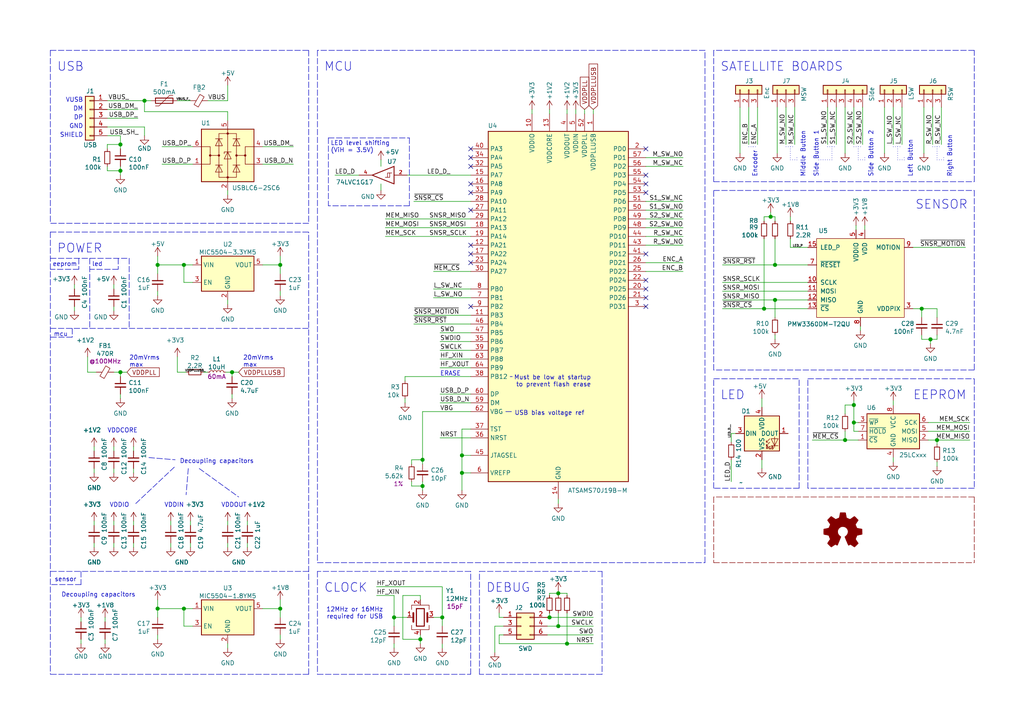
<source format=kicad_sch>
(kicad_sch (version 20210406) (generator eeschema)
  (paper "A4")
  (title_block (title "big-sammy") (date "2021-04-10") (rev "r0.1") (company "openinput                                   https://github.com/openinput-fw/big-big-sammy") (comment 2 "This source describes Open Hardware and is licensed under the CERN-OHL-Pv2") (comment 4 "Copyright (c) Rafael Silva <perigoso@riseup.net>"))
  (junction (at 34.925 41.91) (diameter 1.016))
  (junction (at 34.925 49.53) (diameter 1.016))
  (junction (at 34.925 107.95) (diameter 1.016))
  (junction (at 41.91 29.21) (diameter 1.016))
  (junction (at 45.72 76.835) (diameter 1.016))
  (junction (at 45.72 176.53) (diameter 1.016))
  (junction (at 53.34 76.835) (diameter 1.016))
  (junction (at 53.34 176.53) (diameter 1.016))
  (junction (at 67.31 107.95) (diameter 1.016))
  (junction (at 81.28 76.835) (diameter 1.016))
  (junction (at 81.28 176.53) (diameter 1.016))
  (junction (at 114.3 179.07) (diameter 1.016))
  (junction (at 121.92 185.42) (diameter 1.016))
  (junction (at 122.555 133.35) (diameter 1.016))
  (junction (at 122.555 140.97) (diameter 1.016))
  (junction (at 128.27 179.07) (diameter 1.016))
  (junction (at 133.985 132.08) (diameter 1.016))
  (junction (at 133.985 137.16) (diameter 1.016))
  (junction (at 159.385 179.07) (diameter 1.016))
  (junction (at 161.925 172.085) (diameter 1.016))
  (junction (at 161.925 181.61) (diameter 1.016))
  (junction (at 164.465 186.69) (diameter 1.016))
  (junction (at 221.615 89.535) (diameter 1.016))
  (junction (at 223.52 62.865) (diameter 1.016))
  (junction (at 224.79 76.835) (diameter 1.016))
  (junction (at 224.79 86.995) (diameter 1.016))
  (junction (at 245.11 127.635) (diameter 1.016))
  (junction (at 247.65 117.475) (diameter 1.016))
  (junction (at 247.65 122.555) (diameter 1.016))
  (junction (at 267.335 89.535) (diameter 1.016))
  (junction (at 269.875 98.425) (diameter 1.016))
  (junction (at 271.78 127.635) (diameter 1.016))
  (no_connect (at 136.525 43.18))
  (no_connect (at 136.525 45.72))
  (no_connect (at 136.525 48.26))
  (no_connect (at 136.525 53.34))
  (no_connect (at 136.525 55.88))
  (no_connect (at 136.525 60.96))
  (no_connect (at 136.525 71.12))
  (no_connect (at 136.525 73.66))
  (no_connect (at 136.525 76.2))
  (no_connect (at 136.525 88.9))
  (no_connect (at 187.325 43.18))
  (no_connect (at 187.325 50.8))
  (no_connect (at 187.325 53.34))
  (no_connect (at 187.325 55.88))
  (no_connect (at 187.325 73.66))
  (no_connect (at 187.325 81.28))
  (no_connect (at 187.325 83.82))
  (no_connect (at 187.325 86.36))
  (no_connect (at 187.325 88.9))
  (wire (pts (xy 21.59 82.55) (xy 21.59 83.82)))
  (wire (pts (xy 21.59 88.9) (xy 21.59 90.17)))
  (wire (pts (xy 23.495 179.07) (xy 23.495 180.34)))
  (wire (pts (xy 23.495 185.42) (xy 23.495 186.69)))
  (wire (pts (xy 25.4 107.95) (xy 25.4 103.505)))
  (wire (pts (xy 27.305 129.54) (xy 27.305 130.81)))
  (wire (pts (xy 27.305 135.89) (xy 27.305 137.16)))
  (wire (pts (xy 27.305 151.13) (xy 27.305 152.4)))
  (wire (pts (xy 27.305 157.48) (xy 27.305 158.75)))
  (wire (pts (xy 27.94 107.95) (xy 25.4 107.95)))
  (wire (pts (xy 30.48 179.07) (xy 30.48 180.34)))
  (wire (pts (xy 30.48 185.42) (xy 30.48 186.69)))
  (wire (pts (xy 31.115 29.21) (xy 41.91 29.21)))
  (wire (pts (xy 31.115 31.75) (xy 40.005 31.75)))
  (wire (pts (xy 31.115 34.29) (xy 40.005 34.29)))
  (wire (pts (xy 31.115 36.83) (xy 41.91 36.83)))
  (wire (pts (xy 31.115 39.37) (xy 34.925 39.37)))
  (wire (pts (xy 31.115 41.91) (xy 31.115 43.18)))
  (wire (pts (xy 31.115 41.91) (xy 34.925 41.91)))
  (wire (pts (xy 31.115 48.26) (xy 31.115 49.53)))
  (wire (pts (xy 31.115 49.53) (xy 34.925 49.53)))
  (wire (pts (xy 33.02 82.55) (xy 33.02 83.82)))
  (wire (pts (xy 33.02 88.9) (xy 33.02 90.17)))
  (wire (pts (xy 33.02 107.95) (xy 34.925 107.95)))
  (wire (pts (xy 33.02 129.54) (xy 33.02 130.81)))
  (wire (pts (xy 33.02 135.89) (xy 33.02 137.16)))
  (wire (pts (xy 33.02 151.13) (xy 33.02 152.4)))
  (wire (pts (xy 33.02 157.48) (xy 33.02 158.75)))
  (wire (pts (xy 34.925 39.37) (xy 34.925 41.91)))
  (wire (pts (xy 34.925 43.18) (xy 34.925 41.91)))
  (wire (pts (xy 34.925 49.53) (xy 34.925 48.26)))
  (wire (pts (xy 34.925 49.53) (xy 34.925 50.8)))
  (wire (pts (xy 34.925 107.95) (xy 34.925 109.22)))
  (wire (pts (xy 34.925 107.95) (xy 36.83 107.95)))
  (wire (pts (xy 34.925 114.3) (xy 34.925 115.57)))
  (wire (pts (xy 38.735 129.54) (xy 38.735 130.81)))
  (wire (pts (xy 38.735 135.89) (xy 38.735 137.16)))
  (wire (pts (xy 38.735 151.13) (xy 38.735 152.4)))
  (wire (pts (xy 38.735 157.48) (xy 38.735 158.75)))
  (wire (pts (xy 41.91 29.21) (xy 43.815 29.21)))
  (wire (pts (xy 41.91 32.385) (xy 41.91 29.21)))
  (wire (pts (xy 41.91 36.83) (xy 41.91 39.37)))
  (wire (pts (xy 45.72 74.295) (xy 45.72 76.835)))
  (wire (pts (xy 45.72 76.835) (xy 45.72 79.375)))
  (wire (pts (xy 45.72 84.455) (xy 45.72 85.725)))
  (wire (pts (xy 45.72 173.99) (xy 45.72 176.53)))
  (wire (pts (xy 45.72 176.53) (xy 45.72 179.07)))
  (wire (pts (xy 45.72 184.15) (xy 45.72 185.42)))
  (wire (pts (xy 49.53 151.13) (xy 49.53 152.4)))
  (wire (pts (xy 49.53 157.48) (xy 49.53 158.75)))
  (wire (pts (xy 51.435 29.21) (xy 55.245 29.21)))
  (wire (pts (xy 51.435 107.95) (xy 51.435 103.505)))
  (wire (pts (xy 53.34 76.835) (xy 45.72 76.835)))
  (wire (pts (xy 53.34 76.835) (xy 55.88 76.835)))
  (wire (pts (xy 53.34 81.915) (xy 53.34 76.835)))
  (wire (pts (xy 53.34 81.915) (xy 55.88 81.915)))
  (wire (pts (xy 53.34 176.53) (xy 45.72 176.53)))
  (wire (pts (xy 53.34 176.53) (xy 55.88 176.53)))
  (wire (pts (xy 53.34 181.61) (xy 53.34 176.53)))
  (wire (pts (xy 53.34 181.61) (xy 55.88 181.61)))
  (wire (pts (xy 53.975 107.95) (xy 51.435 107.95)))
  (wire (pts (xy 55.245 151.13) (xy 55.245 152.4)))
  (wire (pts (xy 55.245 157.48) (xy 55.245 158.75)))
  (wire (pts (xy 55.88 42.545) (xy 46.99 42.545)))
  (wire (pts (xy 55.88 47.625) (xy 46.99 47.625)))
  (wire (pts (xy 59.055 107.95) (xy 60.325 107.95)))
  (wire (pts (xy 60.325 29.21) (xy 66.04 29.21)))
  (wire (pts (xy 65.405 107.95) (xy 67.31 107.95)))
  (wire (pts (xy 66.04 24.765) (xy 66.04 29.21)))
  (wire (pts (xy 66.04 32.385) (xy 41.91 32.385)))
  (wire (pts (xy 66.04 34.925) (xy 66.04 32.385)))
  (wire (pts (xy 66.04 55.245) (xy 66.04 56.515)))
  (wire (pts (xy 66.04 86.995) (xy 66.04 88.265)))
  (wire (pts (xy 66.04 151.13) (xy 66.04 152.4)))
  (wire (pts (xy 66.04 157.48) (xy 66.04 158.75)))
  (wire (pts (xy 66.04 186.69) (xy 66.04 187.96)))
  (wire (pts (xy 67.31 107.95) (xy 67.31 109.22)))
  (wire (pts (xy 67.31 107.95) (xy 69.215 107.95)))
  (wire (pts (xy 67.31 114.3) (xy 67.31 115.57)))
  (wire (pts (xy 71.755 151.13) (xy 71.755 152.4)))
  (wire (pts (xy 71.755 157.48) (xy 71.755 158.75)))
  (wire (pts (xy 76.2 42.545) (xy 85.09 42.545)))
  (wire (pts (xy 81.28 74.295) (xy 81.28 76.835)))
  (wire (pts (xy 81.28 76.835) (xy 76.2 76.835)))
  (wire (pts (xy 81.28 79.375) (xy 81.28 76.835)))
  (wire (pts (xy 81.28 84.455) (xy 81.28 85.725)))
  (wire (pts (xy 81.28 173.99) (xy 81.28 176.53)))
  (wire (pts (xy 81.28 176.53) (xy 76.2 176.53)))
  (wire (pts (xy 81.28 179.07) (xy 81.28 176.53)))
  (wire (pts (xy 81.28 184.15) (xy 81.28 185.42)))
  (wire (pts (xy 85.09 47.625) (xy 76.2 47.625)))
  (wire (pts (xy 104.14 50.8) (xy 97.155 50.8)))
  (wire (pts (xy 109.22 170.18) (xy 128.27 170.18)))
  (wire (pts (xy 109.22 172.72) (xy 114.3 172.72)))
  (wire (pts (xy 110.49 46.355) (xy 110.49 48.26)))
  (wire (pts (xy 110.49 53.34) (xy 110.49 55.245)))
  (wire (pts (xy 114.3 172.72) (xy 114.3 179.07)))
  (wire (pts (xy 114.3 179.07) (xy 114.3 181.61)))
  (wire (pts (xy 114.3 179.07) (xy 118.11 179.07)))
  (wire (pts (xy 114.3 186.69) (xy 114.3 187.96)))
  (wire (pts (xy 116.84 172.72) (xy 121.92 172.72)))
  (wire (pts (xy 116.84 185.42) (xy 116.84 172.72)))
  (wire (pts (xy 117.475 109.22) (xy 117.475 110.49)))
  (wire (pts (xy 117.475 109.22) (xy 136.525 109.22)))
  (wire (pts (xy 117.475 115.57) (xy 117.475 116.84)))
  (wire (pts (xy 118.11 50.8) (xy 136.525 50.8)))
  (wire (pts (xy 119.38 133.35) (xy 122.555 133.35)))
  (wire (pts (xy 119.38 134.62) (xy 119.38 133.35)))
  (wire (pts (xy 119.38 139.7) (xy 119.38 140.97)))
  (wire (pts (xy 119.38 140.97) (xy 122.555 140.97)))
  (wire (pts (xy 120.015 58.42) (xy 136.525 58.42)))
  (wire (pts (xy 120.015 93.98) (xy 136.525 93.98)))
  (wire (pts (xy 121.92 172.72) (xy 121.92 173.99)))
  (wire (pts (xy 121.92 184.15) (xy 121.92 185.42)))
  (wire (pts (xy 121.92 185.42) (xy 116.84 185.42)))
  (wire (pts (xy 121.92 185.42) (xy 121.92 186.69)))
  (wire (pts (xy 122.555 119.38) (xy 122.555 133.35)))
  (wire (pts (xy 122.555 133.35) (xy 122.555 134.62)))
  (wire (pts (xy 122.555 140.97) (xy 122.555 139.7)))
  (wire (pts (xy 122.555 140.97) (xy 122.555 142.24)))
  (wire (pts (xy 125.73 78.74) (xy 136.525 78.74)))
  (wire (pts (xy 125.73 83.82) (xy 136.525 83.82)))
  (wire (pts (xy 125.73 86.36) (xy 136.525 86.36)))
  (wire (pts (xy 125.73 179.07) (xy 128.27 179.07)))
  (wire (pts (xy 127.635 96.52) (xy 136.525 96.52)))
  (wire (pts (xy 127.635 99.06) (xy 136.525 99.06)))
  (wire (pts (xy 127.635 101.6) (xy 136.525 101.6)))
  (wire (pts (xy 127.635 104.14) (xy 136.525 104.14)))
  (wire (pts (xy 127.635 106.68) (xy 136.525 106.68)))
  (wire (pts (xy 127.635 116.84) (xy 136.525 116.84)))
  (wire (pts (xy 127.635 127) (xy 136.525 127)))
  (wire (pts (xy 128.27 179.07) (xy 128.27 170.18)))
  (wire (pts (xy 128.27 179.07) (xy 128.27 181.61)))
  (wire (pts (xy 128.27 186.69) (xy 128.27 187.96)))
  (wire (pts (xy 133.985 124.46) (xy 133.985 132.08)))
  (wire (pts (xy 133.985 132.08) (xy 133.985 137.16)))
  (wire (pts (xy 133.985 137.16) (xy 133.985 142.24)))
  (wire (pts (xy 133.985 137.16) (xy 136.525 137.16)))
  (wire (pts (xy 136.525 63.5) (xy 111.76 63.5)))
  (wire (pts (xy 136.525 66.04) (xy 111.76 66.04)))
  (wire (pts (xy 136.525 68.58) (xy 111.76 68.58)))
  (wire (pts (xy 136.525 91.44) (xy 120.015 91.44)))
  (wire (pts (xy 136.525 114.3) (xy 127.635 114.3)))
  (wire (pts (xy 136.525 119.38) (xy 122.555 119.38)))
  (wire (pts (xy 136.525 124.46) (xy 133.985 124.46)))
  (wire (pts (xy 136.525 132.08) (xy 133.985 132.08)))
  (wire (pts (xy 143.51 181.61) (xy 143.51 189.23)))
  (wire (pts (xy 143.51 181.61) (xy 146.05 181.61)))
  (wire (pts (xy 144.78 177.8) (xy 144.78 179.07)))
  (wire (pts (xy 144.78 179.07) (xy 146.05 179.07)))
  (wire (pts (xy 144.78 184.15) (xy 146.05 184.15)))
  (wire (pts (xy 144.78 186.69) (xy 144.78 184.15)))
  (wire (pts (xy 144.78 186.69) (xy 164.465 186.69)))
  (wire (pts (xy 154.305 31.75) (xy 154.305 33.02)))
  (wire (pts (xy 159.385 31.75) (xy 159.385 33.02)))
  (wire (pts (xy 159.385 172.085) (xy 161.925 172.085)))
  (wire (pts (xy 159.385 172.72) (xy 159.385 172.085)))
  (wire (pts (xy 159.385 177.8) (xy 159.385 179.07)))
  (wire (pts (xy 159.385 179.07) (xy 158.75 179.07)))
  (wire (pts (xy 159.385 179.07) (xy 172.085 179.07)))
  (wire (pts (xy 161.925 144.78) (xy 161.925 146.05)))
  (wire (pts (xy 161.925 171.45) (xy 161.925 172.085)))
  (wire (pts (xy 161.925 172.085) (xy 161.925 172.72)))
  (wire (pts (xy 161.925 172.085) (xy 164.465 172.085)))
  (wire (pts (xy 161.925 177.8) (xy 161.925 181.61)))
  (wire (pts (xy 161.925 181.61) (xy 158.75 181.61)))
  (wire (pts (xy 161.925 181.61) (xy 172.085 181.61)))
  (wire (pts (xy 164.465 31.75) (xy 164.465 33.02)))
  (wire (pts (xy 164.465 172.085) (xy 164.465 172.72)))
  (wire (pts (xy 164.465 177.8) (xy 164.465 186.69)))
  (wire (pts (xy 164.465 186.69) (xy 172.085 186.69)))
  (wire (pts (xy 167.005 31.75) (xy 167.005 33.02)))
  (wire (pts (xy 169.545 31.75) (xy 169.545 33.02)))
  (wire (pts (xy 172.085 31.75) (xy 172.085 33.02)))
  (wire (pts (xy 172.085 184.15) (xy 158.75 184.15)))
  (wire (pts (xy 187.325 48.26) (xy 198.12 48.26)))
  (wire (pts (xy 187.325 58.42) (xy 198.12 58.42)))
  (wire (pts (xy 198.12 45.72) (xy 187.325 45.72)))
  (wire (pts (xy 198.12 60.96) (xy 187.325 60.96)))
  (wire (pts (xy 198.12 63.5) (xy 187.325 63.5)))
  (wire (pts (xy 198.12 66.04) (xy 187.325 66.04)))
  (wire (pts (xy 198.12 68.58) (xy 187.325 68.58)))
  (wire (pts (xy 198.12 71.12) (xy 187.325 71.12)))
  (wire (pts (xy 198.12 76.2) (xy 187.325 76.2)))
  (wire (pts (xy 198.12 78.74) (xy 187.325 78.74)))
  (wire (pts (xy 209.55 76.835) (xy 224.79 76.835)))
  (wire (pts (xy 209.55 81.915) (xy 234.315 81.915)))
  (wire (pts (xy 209.55 84.455) (xy 234.315 84.455)))
  (wire (pts (xy 209.55 86.995) (xy 224.79 86.995)))
  (wire (pts (xy 209.55 89.535) (xy 221.615 89.535)))
  (wire (pts (xy 212.09 125.73) (xy 212.09 128.27)))
  (wire (pts (xy 212.09 125.73) (xy 213.36 125.73)))
  (wire (pts (xy 212.09 133.35) (xy 212.09 139.7)))
  (wire (pts (xy 214.63 31.115) (xy 214.63 44.45)))
  (wire (pts (xy 217.17 41.91) (xy 217.17 31.115)))
  (wire (pts (xy 219.71 41.91) (xy 219.71 31.115)))
  (wire (pts (xy 220.98 115.57) (xy 220.98 118.11)))
  (wire (pts (xy 220.98 133.35) (xy 220.98 135.89)))
  (wire (pts (xy 221.615 62.865) (xy 223.52 62.865)))
  (wire (pts (xy 221.615 64.135) (xy 221.615 62.865)))
  (wire (pts (xy 221.615 69.215) (xy 221.615 89.535)))
  (wire (pts (xy 221.615 89.535) (xy 234.315 89.535)))
  (wire (pts (xy 223.52 62.865) (xy 223.52 61.595)))
  (wire (pts (xy 224.79 62.865) (xy 223.52 62.865)))
  (wire (pts (xy 224.79 64.135) (xy 224.79 62.865)))
  (wire (pts (xy 224.79 69.215) (xy 224.79 76.835)))
  (wire (pts (xy 224.79 76.835) (xy 234.315 76.835)))
  (wire (pts (xy 224.79 86.995) (xy 224.79 92.075)))
  (wire (pts (xy 224.79 86.995) (xy 234.315 86.995)))
  (wire (pts (xy 224.79 97.155) (xy 224.79 98.425)))
  (wire (pts (xy 225.425 31.115) (xy 225.425 44.45)))
  (wire (pts (xy 227.965 41.91) (xy 227.965 31.115)))
  (wire (pts (xy 229.235 62.865) (xy 229.235 64.135)))
  (wire (pts (xy 229.235 71.755) (xy 229.235 69.215)))
  (wire (pts (xy 230.505 41.91) (xy 230.505 31.115)))
  (wire (pts (xy 234.315 71.755) (xy 229.235 71.755)))
  (wire (pts (xy 235.585 127.635) (xy 245.11 127.635)))
  (wire (pts (xy 240.03 41.91) (xy 240.03 31.115)))
  (wire (pts (xy 242.57 41.91) (xy 242.57 31.115)))
  (wire (pts (xy 245.11 31.115) (xy 245.11 44.45)))
  (wire (pts (xy 245.11 117.475) (xy 247.65 117.475)))
  (wire (pts (xy 245.11 120.015) (xy 245.11 117.475)))
  (wire (pts (xy 245.11 125.095) (xy 245.11 127.635)))
  (wire (pts (xy 245.11 127.635) (xy 248.92 127.635)))
  (wire (pts (xy 247.65 41.91) (xy 247.65 31.115)))
  (wire (pts (xy 247.65 116.205) (xy 247.65 117.475)))
  (wire (pts (xy 247.65 117.475) (xy 247.65 122.555)))
  (wire (pts (xy 247.65 122.555) (xy 248.92 122.555)))
  (wire (pts (xy 247.65 125.095) (xy 247.65 122.555)))
  (wire (pts (xy 248.285 65.405) (xy 248.285 66.675)))
  (wire (pts (xy 248.92 125.095) (xy 247.65 125.095)))
  (wire (pts (xy 249.555 94.615) (xy 249.555 95.885)))
  (wire (pts (xy 250.19 41.91) (xy 250.19 31.115)))
  (wire (pts (xy 250.825 65.405) (xy 250.825 66.675)))
  (wire (pts (xy 256.54 31.115) (xy 256.54 44.45)))
  (wire (pts (xy 259.08 41.91) (xy 259.08 31.115)))
  (wire (pts (xy 259.08 116.205) (xy 259.08 117.475)))
  (wire (pts (xy 259.08 132.715) (xy 259.08 133.985)))
  (wire (pts (xy 261.62 41.91) (xy 261.62 31.115)))
  (wire (pts (xy 264.795 71.755) (xy 280.035 71.755)))
  (wire (pts (xy 267.335 89.535) (xy 264.795 89.535)))
  (wire (pts (xy 267.335 92.075) (xy 267.335 89.535)))
  (wire (pts (xy 267.335 98.425) (xy 267.335 97.155)))
  (wire (pts (xy 267.97 31.115) (xy 267.97 44.45)))
  (wire (pts (xy 269.24 122.555) (xy 281.305 122.555)))
  (wire (pts (xy 269.24 125.095) (xy 281.305 125.095)))
  (wire (pts (xy 269.24 127.635) (xy 271.78 127.635)))
  (wire (pts (xy 269.875 98.425) (xy 267.335 98.425)))
  (wire (pts (xy 269.875 98.425) (xy 269.875 99.695)))
  (wire (pts (xy 269.875 98.425) (xy 271.78 98.425)))
  (wire (pts (xy 270.51 41.91) (xy 270.51 31.115)))
  (wire (pts (xy 271.78 89.535) (xy 267.335 89.535)))
  (wire (pts (xy 271.78 92.075) (xy 271.78 89.535)))
  (wire (pts (xy 271.78 97.155) (xy 271.78 98.425)))
  (wire (pts (xy 271.78 127.635) (xy 271.78 128.905)))
  (wire (pts (xy 271.78 127.635) (xy 281.305 127.635)))
  (wire (pts (xy 271.78 133.985) (xy 271.78 135.255)))
  (wire (pts (xy 273.05 41.91) (xy 273.05 31.115)))
  (polyline (pts (xy 14.605 14.605) (xy 14.605 64.77)) (stroke (width 0) (type dash)))
  (polyline (pts (xy 14.605 14.605) (xy 89.535 14.605)) (stroke (width 0) (type dash)))
  (polyline (pts (xy 14.605 67.31) (xy 14.605 195.58)) (stroke (width 0) (type dash)))
  (polyline (pts (xy 14.605 67.31) (xy 89.535 67.31)) (stroke (width 0) (type dash)))
  (polyline (pts (xy 14.605 74.93) (xy 26.035 74.93)) (stroke (width 0) (type dash)))
  (polyline (pts (xy 14.605 95.25) (xy 89.535 95.25)) (stroke (width 0) (type dash)))
  (polyline (pts (xy 20.955 95.25) (xy 20.955 97.79)) (stroke (width 0) (type dash)))
  (polyline (pts (xy 20.955 97.79) (xy 14.605 97.79)) (stroke (width 0) (type dash)))
  (polyline (pts (xy 22.86 74.93) (xy 22.86 78.105)) (stroke (width 0) (type dash)))
  (polyline (pts (xy 22.86 78.105) (xy 14.605 78.105)) (stroke (width 0) (type dash)))
  (polyline (pts (xy 23.495 165.735) (xy 23.495 169.545)) (stroke (width 0) (type dash)))
  (polyline (pts (xy 23.495 169.545) (xy 14.605 169.545)) (stroke (width 0) (type dash)))
  (polyline (pts (xy 26.035 74.93) (xy 26.035 95.25)) (stroke (width 0) (type dash)))
  (polyline (pts (xy 26.035 74.93) (xy 37.465 74.93)) (stroke (width 0) (type dash)))
  (polyline (pts (xy 34.29 74.93) (xy 34.29 78.105)) (stroke (width 0) (type dash)))
  (polyline (pts (xy 34.29 78.105) (xy 26.035 78.105)) (stroke (width 0) (type dash)))
  (polyline (pts (xy 37.465 74.93) (xy 37.465 95.25)) (stroke (width 0) (type dash)))
  (polyline (pts (xy 39.37 146.05) (xy 50.8 135.255)) (stroke (width 0) (type dash)))
  (polyline (pts (xy 43.18 132.715) (xy 50.8 133.35)) (stroke (width 0) (type dash)))
  (polyline (pts (xy 54.61 135.89) (xy 53.975 143.51)) (stroke (width 0) (type dash)))
  (polyline (pts (xy 57.785 135.89) (xy 69.215 144.145)) (stroke (width 0) (type dash)))
  (polyline (pts (xy 89.535 14.605) (xy 89.535 64.77)) (stroke (width 0) (type dash)))
  (polyline (pts (xy 89.535 64.77) (xy 14.605 64.77)) (stroke (width 0) (type dash)))
  (polyline (pts (xy 89.535 165.735) (xy 14.605 165.735)) (stroke (width 0) (type dash)))
  (polyline (pts (xy 89.535 195.58) (xy 14.605 195.58)) (stroke (width 0) (type dash)))
  (polyline (pts (xy 89.535 195.58) (xy 89.535 67.31)) (stroke (width 0) (type dash)))
  (polyline (pts (xy 92.075 14.605) (xy 92.075 163.195)) (stroke (width 0) (type dash)))
  (polyline (pts (xy 92.075 163.195) (xy 204.47 163.195)) (stroke (width 0) (type dash)))
  (polyline (pts (xy 92.075 165.735) (xy 92.075 195.58)) (stroke (width 0) (type dash)))
  (polyline (pts (xy 92.075 195.58) (xy 136.525 195.58)) (stroke (width 0) (type dash)))
  (polyline (pts (xy 95.25 40.005) (xy 95.25 59.69)) (stroke (width 0) (type dash)))
  (polyline (pts (xy 95.25 40.005) (xy 118.745 40.005)) (stroke (width 0) (type dash)))
  (polyline (pts (xy 118.745 40.005) (xy 118.745 59.69)) (stroke (width 0) (type dash)))
  (polyline (pts (xy 118.745 59.69) (xy 95.25 59.69)) (stroke (width 0) (type dash)))
  (polyline (pts (xy 136.525 165.735) (xy 92.075 165.735)) (stroke (width 0) (type dash)))
  (polyline (pts (xy 136.525 195.58) (xy 136.525 165.735)) (stroke (width 0) (type dash)))
  (polyline (pts (xy 139.065 165.735) (xy 174.625 165.735)) (stroke (width 0) (type dash)))
  (polyline (pts (xy 139.065 195.58) (xy 139.065 165.735)) (stroke (width 0) (type dash)))
  (polyline (pts (xy 146.685 119.38) (xy 148.59 119.38)) (stroke (width 0) (type dash)))
  (polyline (pts (xy 147.955 109.22) (xy 148.59 109.22)) (stroke (width 0) (type dash)))
  (polyline (pts (xy 174.625 165.735) (xy 174.625 195.58)) (stroke (width 0) (type dash)))
  (polyline (pts (xy 174.625 195.58) (xy 139.065 195.58)) (stroke (width 0) (type dash)))
  (polyline (pts (xy 204.47 14.605) (xy 92.075 14.605)) (stroke (width 0) (type dash)))
  (polyline (pts (xy 204.47 163.195) (xy 204.47 14.605)) (stroke (width 0) (type dash)))
  (polyline (pts (xy 207.01 14.605) (xy 207.01 52.705)) (stroke (width 0) (type dash)))
  (polyline (pts (xy 207.01 52.705) (xy 282.575 52.705)) (stroke (width 0) (type dash)))
  (polyline (pts (xy 207.01 55.245) (xy 282.575 55.245)) (stroke (width 0) (type dash)))
  (polyline (pts (xy 207.01 107.315) (xy 207.01 55.245)) (stroke (width 0) (type dash)))
  (polyline (pts (xy 207.01 109.855) (xy 231.775 109.855)) (stroke (width 0) (type dash)))
  (polyline (pts (xy 207.01 141.605) (xy 207.01 109.855)) (stroke (width 0) (type dash)))
  (polyline (pts (xy 207.01 144.145) (xy 207.01 163.195)) (stroke (width 0.1524) (type dash) (color 132 0 0 1)))
  (polyline (pts (xy 207.01 163.195) (xy 282.575 163.195)) (stroke (width 0.1524) (type dash) (color 132 0 0 1)))
  (polyline (pts (xy 217.17 42.545) (xy 219.71 42.545)) (stroke (width 0.1524) (type dot)))
  (polyline (pts (xy 218.44 42.545) (xy 218.44 43.18)) (stroke (width 0.1524) (type dot)))
  (polyline (pts (xy 227.965 42.545) (xy 230.505 42.545)) (stroke (width 0.1524) (type dot)))
  (polyline (pts (xy 229.235 42.545) (xy 229.235 46.355)) (stroke (width 0.1524) (type dot)))
  (polyline (pts (xy 229.235 46.355) (xy 231.14 46.355)) (stroke (width 0.1524) (type dot)))
  (polyline (pts (xy 231.14 45.72) (xy 231.14 46.99)) (stroke (width 0.1524) (type dot)))
  (polyline (pts (xy 231.775 141.605) (xy 207.01 141.605)) (stroke (width 0) (type dash)))
  (polyline (pts (xy 231.775 141.605) (xy 231.775 109.855)) (stroke (width 0) (type dash)))
  (polyline (pts (xy 234.315 109.855) (xy 282.575 109.855)) (stroke (width 0) (type dash)))
  (polyline (pts (xy 234.315 141.605) (xy 234.315 109.855)) (stroke (width 0) (type dash)))
  (polyline (pts (xy 237.49 45.72) (xy 237.49 46.99)) (stroke (width 0.1524) (type dot)))
  (polyline (pts (xy 240.03 42.545) (xy 242.57 42.545)) (stroke (width 0.1524) (type dot)))
  (polyline (pts (xy 241.3 42.545) (xy 241.3 46.355)) (stroke (width 0.1524) (type dot)))
  (polyline (pts (xy 241.3 46.355) (xy 237.49 46.355)) (stroke (width 0.1524) (type dot)))
  (polyline (pts (xy 247.65 42.545) (xy 250.19 42.545)) (stroke (width 0.1524) (type dot)))
  (polyline (pts (xy 248.92 42.545) (xy 248.92 46.355)) (stroke (width 0.1524) (type dot)))
  (polyline (pts (xy 248.92 46.355) (xy 250.825 46.355)) (stroke (width 0.1524) (type dot)))
  (polyline (pts (xy 250.825 45.72) (xy 250.825 46.99)) (stroke (width 0.1524) (type dot)))
  (polyline (pts (xy 259.08 42.545) (xy 261.62 42.545)) (stroke (width 0.1524) (type dot)))
  (polyline (pts (xy 260.35 42.545) (xy 260.35 46.355)) (stroke (width 0.1524) (type dot)))
  (polyline (pts (xy 260.35 46.355) (xy 262.255 46.355)) (stroke (width 0.1524) (type dot)))
  (polyline (pts (xy 262.255 45.72) (xy 262.255 46.99)) (stroke (width 0.1524) (type dot)))
  (polyline (pts (xy 270.51 42.545) (xy 273.05 42.545)) (stroke (width 0.1524) (type dot)))
  (polyline (pts (xy 271.78 42.545) (xy 271.78 46.355)) (stroke (width 0.1524) (type dot)))
  (polyline (pts (xy 271.78 46.355) (xy 273.685 46.355)) (stroke (width 0.1524) (type dot)))
  (polyline (pts (xy 273.685 45.72) (xy 273.685 46.99)) (stroke (width 0.1524) (type dot)))
  (polyline (pts (xy 282.575 14.605) (xy 207.01 14.605)) (stroke (width 0) (type dash)))
  (polyline (pts (xy 282.575 52.705) (xy 282.575 14.605)) (stroke (width 0) (type dash)))
  (polyline (pts (xy 282.575 55.245) (xy 282.575 107.315)) (stroke (width 0) (type dash)))
  (polyline (pts (xy 282.575 107.315) (xy 207.01 107.315)) (stroke (width 0) (type dash)))
  (polyline (pts (xy 282.575 109.855) (xy 282.575 141.605)) (stroke (width 0) (type dash)))
  (polyline (pts (xy 282.575 141.605) (xy 234.315 141.605)) (stroke (width 0) (type dash)))
  (polyline (pts (xy 282.575 144.145) (xy 207.01 144.145)) (stroke (width 0.1524) (type dash) (color 132 0 0 1)))
  (polyline (pts (xy 282.575 144.145) (xy 282.575 163.195)) (stroke (width 0.1524) (type dash) (color 132 0 0 1)))
  (text "eeprom" (at 15.24 77.47 0) (effects (font (size 1.27 1.27)) (justify left bottom)))
  (text "USB" (at 16.51 20.955 0) (effects (font (size 2.56 2.56)) (justify left bottom)))
  (text "POWER" (at 16.51 73.66 0) (effects (font (size 2.56 2.56)) (justify left bottom)))
  (text "Decoupling capacitors" (at 17.78 173.355 0) (effects (font (size 1.27 1.27)) (justify left bottom)))
  (text "mcu" (at 19.685 97.79 180) (effects (font (size 1.27 1.27)) (justify right bottom)))
  (text "sensor" (at 22.225 168.91 180) (effects (font (size 1.27 1.27)) (justify right bottom)))
  (text "VUSB" (at 24.13 29.845 180) (effects (font (size 1.27 1.27)) (justify right bottom)))
  (text "DM" (at 24.13 32.385 180) (effects (font (size 1.27 1.27)) (justify right bottom)))
  (text "DP" (at 24.13 34.925 180) (effects (font (size 1.27 1.27)) (justify right bottom)))
  (text "GND" (at 24.13 37.465 180) (effects (font (size 1.27 1.27)) (justify right bottom)))
  (text "SHIELD" (at 24.13 40.005 180) (effects (font (size 1.27 1.27)) (justify right bottom)))
  (text "led" (at 26.67 77.47 0) (effects (font (size 1.27 1.27)) (justify left bottom)))
  (text "VDDCORE" (at 31.115 125.73 0) (effects (font (size 1.27 1.27)) (justify left bottom)))
  (text "VDDIO" (at 31.75 147.32 0) (effects (font (size 1.27 1.27)) (justify left bottom)))
  (text "20mVrms\nmax" (at 37.465 106.68 0) (effects (font (size 1.27 1.27)) (justify left bottom)))
  (text "VDDIN" (at 47.625 147.32 0) (effects (font (size 1.27 1.27)) (justify left bottom)))
  (text "VDDOUT" (at 64.135 147.32 0) (effects (font (size 1.27 1.27)) (justify left bottom)))
  (text "20mVrms\nmax" (at 70.485 106.68 0) (effects (font (size 1.27 1.27)) (justify left bottom)))
  (text "Decoupling capacitors" (at 73.66 134.62 180) (effects (font (size 1.27 1.27)) (justify right bottom)))
  (text "MCU" (at 93.98 20.955 0) (effects (font (size 2.56 2.56)) (justify left bottom)))
  (text "CLOCK\n" (at 93.98 172.085 0) (effects (font (size 2.56 2.56)) (justify left bottom)))
  (text "LED level shifting\n(ViH = 3.5V)" (at 95.885 44.45 0) (effects (font (size 1.27 1.27)) (justify left bottom)))
  (text "12MHz or 16MHz\nrequired for USB" (at 111.125 179.705 180) (effects (font (size 1.27 1.27)) (justify right bottom)))
  (text "ERASE" (at 127.635 109.22 0) (effects (font (size 1.27 1.27)) (justify left bottom)))
  (text "DEBUG" (at 140.97 172.085 0) (effects (font (size 2.56 2.56)) (justify left bottom)))
  (text "USB bias voltage ref" (at 149.225 120.65 0) (effects (font (size 1.27 1.27)) (justify left bottom)))
  (text "Must be low at startup\nto prevent flash erase" (at 171.45 112.395 180) (effects (font (size 1.27 1.27)) (justify right bottom)))
  (text "SATELLITE BOARDS\n" (at 208.915 20.955 0) (effects (font (size 2.56 2.56)) (justify left bottom)))
  (text "LED" (at 208.915 116.205 0) (effects (font (size 2.56 2.56)) (justify left bottom)))
  (text "Encoder" (at 219.71 51.435 90) (effects (font (size 1.27 1.27)) (justify left bottom)))
  (text "Middle Button" (at 233.68 51.435 90) (effects (font (size 1.27 1.27)) (justify left bottom)))
  (text "Side Button 1" (at 237.49 51.435 90) (effects (font (size 1.27 1.27)) (justify left bottom)))
  (text "Side Button 2" (at 253.365 51.435 90) (effects (font (size 1.27 1.27)) (justify left bottom)))
  (text "Left Button" (at 264.795 51.435 90) (effects (font (size 1.27 1.27)) (justify left bottom)))
  (text "EEPROM\n" (at 264.795 116.205 0) (effects (font (size 2.56 2.56)) (justify left bottom)))
  (text "SENSOR\n" (at 265.43 60.96 0) (effects (font (size 2.56 2.56)) (justify left bottom)))
  (text "Right Button" (at 276.225 51.435 90) (effects (font (size 1.27 1.27)) (justify left bottom)))
  (label "USB_SH_" (at 31.75 39.37 0))
  (label "VBUS_" (at 37.465 29.21 180))
  (label "USB_DM_" (at 40.005 31.75 180))
  (label "USB_DP_" (at 40.005 34.29 180))
  (label "USB_DP_" (at 46.99 42.545 0))
  (label "USB_D_P" (at 46.99 47.625 0))
  (label "VBUS_F_" (at 55.245 29.21 180) (effects (font (size 0.635 0.635))))
  (label "VDDPLLUSB_" (at 59.69 107.95 180) (effects (font (size 0.635 0.635))))
  (label "VBUS" (at 60.325 29.21 0))
  (label "USB_DM_" (at 85.09 42.545 180))
  (label "USB_D_N" (at 85.09 47.625 180))
  (label "LED_D" (at 97.155 50.8 0))
  (label "HF_XOUT" (at 109.22 170.18 0))
  (label "HF_XIN" (at 109.22 172.72 0))
  (label "MEM_MISO" (at 111.76 63.5 0))
  (label "MEM_MOSI" (at 111.76 66.04 0))
  (label "MEM_SCK" (at 111.76 68.58 0))
  (label "~SNSR_CS" (at 120.015 58.42 0))
  (label "~SNSR_MOTION" (at 120.015 91.44 0))
  (label "~SNSR_RST" (at 120.015 93.98 0))
  (label "LED_D_" (at 123.825 50.8 0))
  (label "SNSR_MISO" (at 124.46 63.5 0))
  (label "SNSR_MOSI" (at 124.46 66.04 0))
  (label "SNSR_SCLK" (at 124.46 68.58 0))
  (label "~MEM_CS" (at 125.73 78.74 0))
  (label "L_SW_NC" (at 125.73 83.82 0))
  (label "L_SW_NO" (at 125.73 86.36 0))
  (label "SWO" (at 127.635 96.52 0))
  (label "SWDIO" (at 127.635 99.06 0))
  (label "SWCLK" (at 127.635 101.6 0))
  (label "HF_XIN" (at 127.635 104.14 0))
  (label "HF_XOUT" (at 127.635 106.68 0))
  (label "USB_D_P" (at 127.635 114.3 0))
  (label "USB_D_N" (at 127.635 116.84 0))
  (label "VBG" (at 127.635 119.38 0))
  (label "NRST" (at 127.635 127 0))
  (label "SWDIO" (at 172.085 179.07 180))
  (label "SWCLK" (at 172.085 181.61 180))
  (label "SWO" (at 172.085 184.15 180))
  (label "NRST" (at 172.085 186.69 180))
  (label "M_SW_NO" (at 198.12 45.72 180))
  (label "M_SW_NC" (at 198.12 48.26 180))
  (label "S1_SW_NC" (at 198.12 58.42 180))
  (label "S1_SW_NO" (at 198.12 60.96 180))
  (label "S2_SW_NC" (at 198.12 63.5 180))
  (label "S2_SW_NO" (at 198.12 66.04 180))
  (label "R_SW_NC" (at 198.12 68.58 180))
  (label "R_SW_NO" (at 198.12 71.12 180))
  (label "ENC_A" (at 198.12 76.2 180))
  (label "ENC_B" (at 198.12 78.74 180))
  (label "~SNSR_RST" (at 209.55 76.835 0))
  (label "SNSR_SCLK" (at 209.55 81.915 0))
  (label "SNSR_MOSI" (at 209.55 84.455 0))
  (label "SNSR_MISO" (at 209.55 86.995 0))
  (label "~SNSR_CS" (at 209.55 89.535 0))
  (label "LED_D__" (at 212.09 127 90) (effects (font (size 0.635 0.635))))
  (label "LED_D" (at 212.09 139.7 90))
  (label "ENC_B" (at 217.17 41.91 90))
  (label "ENC_A" (at 219.71 41.91 90))
  (label "M_SW_NO" (at 227.965 41.91 90))
  (label "LED_P" (at 229.87 71.755 0) (effects (font (size 0.635 0.635))))
  (label "M_SW_NC" (at 230.505 41.91 90))
  (label "~MEM_CS" (at 235.585 127.635 0))
  (label "S1_SW_NO" (at 240.03 41.91 90))
  (label "S1_SW_NC" (at 242.57 41.91 90))
  (label "S2_SW_NC" (at 247.65 41.91 90))
  (label "S2_SW_NO" (at 250.19 41.91 90))
  (label "L_SW_NO" (at 259.08 41.91 90))
  (label "L_SW_NC" (at 261.62 41.91 90))
  (label "R_SW_NO" (at 270.51 41.91 90))
  (label "R_SW_NC" (at 273.05 41.91 90))
  (label "~SNSR_MOTION" (at 280.035 71.755 180))
  (label "MEM_SCK" (at 281.305 122.555 180))
  (label "MEM_MOSI" (at 281.305 125.095 180))
  (label "MEM_MISO" (at 281.305 127.635 180))
  (global_label "VDDPLL" (shape input) (at 36.83 107.95 0) (property "Intersheet References" "${INTERSHEET_REFS}" (effects hide)))
  (global_label "VDDPLLUSB" (shape input) (at 69.215 107.95 0) (property "Intersheet References" "${INTERSHEET_REFS}" (effects hide)))
  (global_label "VDDPLL" (shape input) (at 169.545 31.75 90) (property "Intersheet References" "${INTERSHEET_REFS}" (effects hide)))
  (global_label "VDDPLLUSB" (shape input) (at 172.085 31.75 90) (property "Intersheet References" "${INTERSHEET_REFS}" (effects hide)))
  (symbol (lib_id "power:+3V3") (at 21.59 82.55 0) (unit 1)
    (property "Reference" "#PWR08" (effects hide))
    (property "Value" "+3V3" (at 17.78 80.9076 0))
  )
  (symbol (lib_id "power:+3V3") (at 23.495 179.07 0) (unit 1)
    (property "Reference" "#PWR05" (effects hide))
    (property "Value" "+3V3" (at 23.495 175.5226 0))
  )
  (symbol (lib_id "power:+1V2") (at 25.4 103.505 0) (unit 1)
    (property "Reference" "#PWR07" (effects hide))
    (property "Value" "+1V2" (at 24.765 98.6876 0))
  )
  (symbol (lib_id "power:+1V2") (at 27.305 129.54 0) (unit 1)
    (property "Reference" "#PWR016" (effects hide))
    (property "Value" "+1V2" (at 26.67 124.7226 0))
  )
  (symbol (lib_id "power:+3V3") (at 27.305 151.13 0) (unit 1)
    (property "Reference" "#PWR018" (effects hide))
    (property "Value" "+3V3" (at 26.67 146.3126 0))
  )
  (symbol (lib_id "power:+1V8") (at 30.48 179.07 0) (unit 1)
    (property "Reference" "#PWR014" (effects hide))
    (property "Value" "+1V8" (at 30.48 175.5226 0))
  )
  (symbol (lib_id "power:+5V") (at 33.02 82.55 0) (unit 1)
    (property "Reference" "#PWR02" (effects hide))
    (property "Value" "+5V" (at 29.845 80.9076 0))
  )
  (symbol (lib_id "power:+1V2") (at 33.02 129.54 0) (unit 1)
    (property "Reference" "#PWR022" (effects hide))
    (property "Value" "+1V2" (at 26.67 124.7226 0))
  )
  (symbol (lib_id "power:+3V3") (at 33.02 151.13 0) (unit 1)
    (property "Reference" "#PWR024" (effects hide))
    (property "Value" "+3V3" (at 26.67 146.3126 0))
  )
  (symbol (lib_id "power:+1V2") (at 38.735 129.54 0) (unit 1)
    (property "Reference" "#PWR027" (effects hide))
    (property "Value" "+1V2" (at 26.67 124.7226 0))
  )
  (symbol (lib_id "power:+3V3") (at 38.735 151.13 0) (unit 1)
    (property "Reference" "#PWR029" (effects hide))
    (property "Value" "+3V3" (at 26.67 146.3126 0))
  )
  (symbol (lib_id "power:+5V") (at 45.72 74.295 0) (unit 1)
    (property "Reference" "#PWR031" (effects hide))
    (property "Value" "+5V" (at 45.72 70.7476 0))
  )
  (symbol (lib_id "power:+3V3") (at 45.72 173.99 0) (unit 1)
    (property "Reference" "#PWR033" (effects hide))
    (property "Value" "+3V3" (at 45.72 170.4426 0))
  )
  (symbol (lib_id "power:+3V3") (at 49.53 151.13 0) (unit 1)
    (property "Reference" "#PWR036" (effects hide))
    (property "Value" "+3V3" (at 56.515 146.3126 0))
  )
  (symbol (lib_id "power:+3V3") (at 51.435 103.505 0) (unit 1)
    (property "Reference" "#PWR035" (effects hide))
    (property "Value" "+3V3" (at 50.8 98.6876 0))
  )
  (symbol (lib_id "power:+3V3") (at 55.245 151.13 0) (unit 1)
    (property "Reference" "#PWR038" (effects hide))
    (property "Value" "+3V3" (at 56.515 146.3126 0))
  )
  (symbol (lib_id "power:+5V") (at 66.04 24.765 0) (unit 1)
    (property "Reference" "#PWR040" (effects hide))
    (property "Value" "+5V" (at 66.04 21.2176 0))
  )
  (symbol (lib_id "power:+1V2") (at 66.04 151.13 0) (unit 1)
    (property "Reference" "#PWR045" (effects hide))
    (property "Value" "+1V2" (at 74.295 146.3126 0))
  )
  (symbol (lib_id "power:+1V2") (at 71.755 151.13 0) (unit 1)
    (property "Reference" "#PWR047" (effects hide))
    (property "Value" "+1V2" (at 74.295 146.3126 0))
  )
  (symbol (lib_id "power:+3V3") (at 81.28 74.295 0) (unit 1)
    (property "Reference" "#PWR049" (effects hide))
    (property "Value" "+3V3" (at 81.28 70.7476 0))
  )
  (symbol (lib_id "power:+1V8") (at 81.28 173.99 0) (unit 1)
    (property "Reference" "#PWR051" (effects hide))
    (property "Value" "+1V8" (at 81.28 170.4426 0))
  )
  (symbol (lib_id "power:+5V") (at 110.49 46.355 0) (unit 1)
    (property "Reference" "#PWR0103" (effects hide))
    (property "Value" "+5V" (at 113.665 44.0776 0))
  )
  (symbol (lib_id "power:+3V3") (at 144.78 177.8 0) (unit 1)
    (property "Reference" "#PWR059" (effects hide))
    (property "Value" "+3V3" (at 144.78 174.2526 0))
  )
  (symbol (lib_id "power:+3V3") (at 154.305 31.75 0) (unit 1)
    (property "Reference" "#PWR061" (effects hide))
    (property "Value" "+3V3" (at 154.305 26.2976 90))
  )
  (symbol (lib_id "power:+1V2") (at 159.385 31.75 0) (unit 1)
    (property "Reference" "#PWR062" (effects hide))
    (property "Value" "+1V2" (at 159.385 26.2976 90))
  )
  (symbol (lib_id "power:+3V3") (at 161.925 171.45 0) (unit 1)
    (property "Reference" "#PWR064" (effects hide))
    (property "Value" "+3V3" (at 161.925 167.9026 0))
  )
  (symbol (lib_id "power:+1V2") (at 164.465 31.75 0) (unit 1)
    (property "Reference" "#PWR065" (effects hide))
    (property "Value" "+1V2" (at 164.465 26.2976 90))
  )
  (symbol (lib_id "power:+3V3") (at 167.005 31.75 0) (unit 1)
    (property "Reference" "#PWR066" (effects hide))
    (property "Value" "+3V3" (at 167.005 26.2976 90))
  )
  (symbol (lib_id "power:+5V") (at 220.98 115.57 0) (unit 1)
    (property "Reference" "#PWR04" (effects hide))
    (property "Value" "+5V" (at 220.345 112.0226 0))
  )
  (symbol (lib_id "power:+3V3") (at 223.52 61.595 0) (unit 1)
    (property "Reference" "#PWR069" (effects hide))
    (property "Value" "+3V3" (at 223.52 58.0476 0))
  )
  (symbol (lib_id "power:+1V8") (at 229.235 62.865 0) (unit 1)
    (property "Reference" "#PWR071" (effects hide))
    (property "Value" "+1V8" (at 229.235 59.3176 0))
  )
  (symbol (lib_id "power:+3V3") (at 247.65 116.205 0) (unit 1)
    (property "Reference" "#PWR073" (effects hide))
    (property "Value" "+3V3" (at 247.65 112.6576 0))
  )
  (symbol (lib_id "power:+3V3") (at 248.285 65.405 0) (unit 1)
    (property "Reference" "#PWR074" (effects hide))
    (property "Value" "+3V3" (at 248.285 59.9526 90))
  )
  (symbol (lib_id "power:+1V8") (at 250.825 65.405 0) (unit 1)
    (property "Reference" "#PWR076" (effects hide))
    (property "Value" "+1V8" (at 250.825 59.9526 90))
  )
  (symbol (lib_id "power:+3V3") (at 259.08 116.205 0) (unit 1)
    (property "Reference" "#PWR078" (effects hide))
    (property "Value" "+3V3" (at 259.08 112.6576 0))
  )
  (symbol (lib_id "Device:L_Small") (at 62.865 107.95 90) (unit 1)
    (property "Reference" "L1" (at 62.865 104.1358 90))
    (property "Value" "10uH" (at 62.865 106.4345 90))
    (property "Footprint" "Inductor_SMD:L_0402_1005Metric" (effects hide))
    (property "Current" "60mA" (at 62.865 109.22 90))
  )
  (symbol (lib_id "power:GND") (at 21.59 90.17 0) (unit 1)
    (property "Reference" "#PWR09" (effects hide))
    (property "Value" "GND" (at 17.78 91.9544 0))
  )
  (symbol (lib_id "power:GND") (at 23.495 186.69 0) (unit 1)
    (property "Reference" "#PWR06" (effects hide))
    (property "Value" "GND" (at 23.495 190.3794 0))
  )
  (symbol (lib_id "power:GND") (at 27.305 137.16 0) (unit 1)
    (property "Reference" "#PWR017" (effects hide))
    (property "Value" "GND" (at 27.305 141.4844 0))
  )
  (symbol (lib_id "power:GND") (at 27.305 158.75 0) (unit 1)
    (property "Reference" "#PWR019" (effects hide))
    (property "Value" "GND" (at 27.305 163.0744 0))
  )
  (symbol (lib_id "power:GND") (at 30.48 186.69 0) (unit 1)
    (property "Reference" "#PWR015" (effects hide))
    (property "Value" "GND" (at 30.48 190.3794 0))
  )
  (symbol (lib_id "power:GND") (at 33.02 90.17 0) (unit 1)
    (property "Reference" "#PWR03" (effects hide))
    (property "Value" "GND" (at 29.21 91.9544 0))
  )
  (symbol (lib_id "power:GND") (at 33.02 137.16 0) (unit 1)
    (property "Reference" "#PWR023" (effects hide))
    (property "Value" "GND" (at 27.305 141.4844 0))
  )
  (symbol (lib_id "power:GND") (at 33.02 158.75 0) (unit 1)
    (property "Reference" "#PWR025" (effects hide))
    (property "Value" "GND" (at 27.305 163.0744 0))
  )
  (symbol (lib_id "power:GND") (at 34.925 50.8 0) (unit 1)
    (property "Reference" "#PWR020" (effects hide))
    (property "Value" "GND" (at 34.925 55.1244 0))
  )
  (symbol (lib_id "power:GND") (at 34.925 115.57 0) (unit 1)
    (property "Reference" "#PWR021" (effects hide))
    (property "Value" "GND" (at 34.925 119.8944 0))
  )
  (symbol (lib_id "power:GND") (at 38.735 137.16 0) (unit 1)
    (property "Reference" "#PWR028" (effects hide))
    (property "Value" "GND" (at 27.305 141.4844 0))
  )
  (symbol (lib_id "power:GND") (at 38.735 158.75 0) (unit 1)
    (property "Reference" "#PWR030" (effects hide))
    (property "Value" "GND" (at 27.305 163.0744 0))
  )
  (symbol (lib_id "power:GND") (at 41.91 39.37 0) (unit 1)
    (property "Reference" "#PWR026" (effects hide))
    (property "Value" "GND" (at 41.91 43.0594 0))
  )
  (symbol (lib_id "power:GND") (at 45.72 85.725 0) (unit 1)
    (property "Reference" "#PWR032" (effects hide))
    (property "Value" "GND" (at 45.72 90.0494 0))
  )
  (symbol (lib_id "power:GND") (at 45.72 185.42 0) (unit 1)
    (property "Reference" "#PWR034" (effects hide))
    (property "Value" "GND" (at 45.72 189.7444 0))
  )
  (symbol (lib_id "power:GND") (at 49.53 158.75 0) (unit 1)
    (property "Reference" "#PWR037" (effects hide))
    (property "Value" "GND" (at 52.705 163.0744 0))
  )
  (symbol (lib_id "power:GND") (at 55.245 158.75 0) (unit 1)
    (property "Reference" "#PWR039" (effects hide))
    (property "Value" "GND" (at 52.705 163.0744 0))
  )
  (symbol (lib_id "power:GND") (at 66.04 56.515 0) (unit 1)
    (property "Reference" "#PWR041" (effects hide))
    (property "Value" "GND" (at 66.04 60.8394 0))
  )
  (symbol (lib_id "power:GND") (at 66.04 88.265 0) (unit 1)
    (property "Reference" "#PWR042" (effects hide))
    (property "Value" "GND" (at 66.04 92.5894 0))
  )
  (symbol (lib_id "power:GND") (at 66.04 158.75 0) (unit 1)
    (property "Reference" "#PWR046" (effects hide))
    (property "Value" "GND" (at 69.215 163.0744 0))
  )
  (symbol (lib_id "power:GND") (at 66.04 187.96 0) (unit 1)
    (property "Reference" "#PWR043" (effects hide))
    (property "Value" "GND" (at 66.04 192.2844 0))
  )
  (symbol (lib_id "power:GND") (at 67.31 115.57 0) (unit 1)
    (property "Reference" "#PWR044" (effects hide))
    (property "Value" "GND" (at 67.31 119.8944 0))
  )
  (symbol (lib_id "power:GND") (at 71.755 158.75 0) (unit 1)
    (property "Reference" "#PWR048" (effects hide))
    (property "Value" "GND" (at 69.215 163.0744 0))
  )
  (symbol (lib_id "power:GND") (at 81.28 85.725 0) (unit 1)
    (property "Reference" "#PWR050" (effects hide))
    (property "Value" "GND" (at 81.28 90.0494 0))
  )
  (symbol (lib_id "power:GND") (at 81.28 185.42 0) (unit 1)
    (property "Reference" "#PWR052" (effects hide))
    (property "Value" "GND" (at 81.28 189.7444 0))
  )
  (symbol (lib_id "power:GND") (at 110.49 55.245 0) (unit 1)
    (property "Reference" "#PWR0102" (effects hide))
    (property "Value" "GND" (at 106.68 57.0294 0))
  )
  (symbol (lib_id "power:GND") (at 114.3 187.96 0) (unit 1)
    (property "Reference" "#PWR053" (effects hide))
    (property "Value" "GND" (at 114.3 192.2844 0))
  )
  (symbol (lib_id "power:GND") (at 117.475 116.84 0) (unit 1)
    (property "Reference" "#PWR054" (effects hide))
    (property "Value" "GND" (at 117.475 121.1644 0))
  )
  (symbol (lib_id "power:GND") (at 121.92 186.69 0) (unit 1)
    (property "Reference" "#PWR055" (effects hide))
    (property "Value" "GND" (at 121.92 191.0144 0))
  )
  (symbol (lib_id "power:GND") (at 122.555 142.24 0) (unit 1)
    (property "Reference" "#PWR056" (effects hide))
    (property "Value" "GND" (at 122.555 146.5644 0))
  )
  (symbol (lib_id "power:GND") (at 128.27 187.96 0) (unit 1)
    (property "Reference" "#PWR057" (effects hide))
    (property "Value" "GND" (at 128.27 192.2844 0))
  )
  (symbol (lib_id "power:GND") (at 133.985 142.24 0) (unit 1)
    (property "Reference" "#PWR058" (effects hide))
    (property "Value" "GND" (at 133.985 146.5644 0))
  )
  (symbol (lib_id "power:GND") (at 143.51 189.23 0) (unit 1)
    (property "Reference" "#PWR060" (effects hide))
    (property "Value" "GND" (at 143.51 192.9194 0))
  )
  (symbol (lib_id "power:GND") (at 161.925 146.05 0) (unit 1)
    (property "Reference" "#PWR063" (effects hide))
    (property "Value" "GND" (at 161.925 150.3744 0))
  )
  (symbol (lib_id "power:GND") (at 214.63 44.45 0) (unit 1)
    (property "Reference" "#PWR067" (effects hide))
    (property "Value" "GND" (at 214.63 48.7744 0))
  )
  (symbol (lib_id "power:GND") (at 220.98 135.89 0) (unit 1)
    (property "Reference" "#PWR0101" (effects hide))
    (property "Value" "GND" (at 224.79 138.3094 0))
  )
  (symbol (lib_id "power:GND") (at 224.79 98.425 0) (unit 1)
    (property "Reference" "#PWR070" (effects hide))
    (property "Value" "GND" (at 224.79 102.7494 0))
  )
  (symbol (lib_id "power:GND") (at 225.425 44.45 0) (unit 1)
    (property "Reference" "#PWR01" (effects hide))
    (property "Value" "GND" (at 225.425 48.7744 0))
  )
  (symbol (lib_id "power:GND") (at 245.11 44.45 0) (unit 1)
    (property "Reference" "#PWR072" (effects hide))
    (property "Value" "GND" (at 245.11 48.7744 0))
  )
  (symbol (lib_id "power:GND") (at 249.555 95.885 0) (unit 1)
    (property "Reference" "#PWR075" (effects hide))
    (property "Value" "GND" (at 249.555 100.2094 0))
  )
  (symbol (lib_id "power:GND") (at 256.54 44.45 0) (unit 1)
    (property "Reference" "#PWR077" (effects hide))
    (property "Value" "GND" (at 256.54 48.7744 0))
  )
  (symbol (lib_id "power:GND") (at 259.08 133.985 0) (unit 1)
    (property "Reference" "#PWR079" (effects hide))
    (property "Value" "GND" (at 259.08 138.3094 0))
  )
  (symbol (lib_id "power:GND") (at 267.97 44.45 0) (unit 1)
    (property "Reference" "#PWR082" (effects hide))
    (property "Value" "GND" (at 267.97 48.7744 0))
  )
  (symbol (lib_id "power:GND") (at 269.875 99.695 0) (unit 1)
    (property "Reference" "#PWR081" (effects hide))
    (property "Value" "GND" (at 269.875 104.0194 0))
  )
  (symbol (lib_id "power:GND") (at 271.78 135.255 0) (unit 1)
    (property "Reference" "#PWR080" (effects hide))
    (property "Value" "GND" (at 271.78 139.5794 0))
  )
  (symbol (lib_id "Device:R_Small") (at 31.115 45.72 0) (unit 1)
    (property "Reference" "R1" (at 29.4387 46.2291 0) (effects (justify right)))
    (property "Value" "100k" (at 29.4387 48.5278 0) (effects (justify right)))
    (property "Footprint" "Resistor_SMD:R_0402_1005Metric" (effects hide))
  )
  (symbol (lib_id "Device:R_Small") (at 56.515 107.95 90) (unit 1)
    (property "Reference" "R2" (at 56.515 103.7802 90))
    (property "Value" "2.2R" (at 56.515 106.0789 90))
    (property "Footprint" "Resistor_SMD:R_0402_1005Metric" (effects hide))
  )
  (symbol (lib_id "Device:R_Small") (at 117.475 113.03 0) (mirror x) (unit 1)
    (property "Reference" "R3" (at 115.9763 112.2691 0) (effects (justify right)))
    (property "Value" "10k" (at 115.9763 114.5678 0) (effects (justify right)))
    (property "Footprint" "Resistor_SMD:R_0402_1005Metric" (effects hide))
  )
  (symbol (lib_id "Device:R_Small") (at 119.38 137.16 180) (unit 1)
    (property "Reference" "R4" (at 117.0687 135.7641 0) (effects (justify left)))
    (property "Value" "5.62k" (at 117.0687 138.0628 0) (effects (justify left)))
    (property "Footprint" "Resistor_SMD:R_0402_1005Metric" (effects hide))
    (property "Tolerance" "1%" (at 115.57 140.335 0))
  )
  (symbol (lib_id "Device:R_Small") (at 159.385 175.26 180) (unit 1)
    (property "Reference" "R5" (at 158.3437 169.6731 0) (effects (justify left)))
    (property "Value" "100k" (at 158.3437 175.5278 0) (effects (justify left)))
    (property "Footprint" "Resistor_SMD:R_0402_1005Metric" (effects hide))
  )
  (symbol (lib_id "Device:R_Small") (at 161.925 175.26 180) (unit 1)
    (property "Reference" "R6" (at 158.3437 171.5781 0) (effects (justify left)))
    (property "Value" "100k" (at 158.3437 175.5278 0) (effects (justify left)))
    (property "Footprint" "Resistor_SMD:R_0402_1005Metric" (effects hide))
  )
  (symbol (lib_id "Device:R_Small") (at 164.465 175.26 180) (unit 1)
    (property "Reference" "R7" (at 158.3437 173.4831 0) (effects (justify left)))
    (property "Value" "100k" (at 158.3437 175.5278 0) (effects (justify left)))
    (property "Footprint" "Resistor_SMD:R_0402_1005Metric" (effects hide))
  )
  (symbol (lib_id "Device:R_Small") (at 212.09 130.81 180) (unit 1)
    (property "Reference" "R14" (at 214.2237 135.7641 90) (effects (justify right)))
    (property "Value" "100" (at 214.2237 127.2678 90) (effects (justify left)))
    (property "Footprint" "Resistor_SMD:R_0402_1005Metric" (effects hide))
  )
  (symbol (lib_id "Device:R_Small") (at 221.615 66.675 180) (unit 1)
    (property "Reference" "R8" (at 219.9387 64.0091 0) (effects (justify left)))
    (property "Value" "100k" (at 219.9387 68.2128 0) (effects (justify left)))
    (property "Footprint" "Resistor_SMD:R_0402_1005Metric" (effects hide))
  )
  (symbol (lib_id "Device:R_Small") (at 224.79 66.675 180) (unit 1)
    (property "Reference" "R9" (at 219.9387 65.9141 0) (effects (justify left)))
    (property "Value" "100k" (at 219.9387 68.2128 0) (effects (justify left)))
    (property "Footprint" "Resistor_SMD:R_0402_1005Metric" (effects hide))
  )
  (symbol (lib_id "Device:R_Small") (at 224.79 94.615 180) (unit 1)
    (property "Reference" "R10" (at 223.1137 93.8541 0) (effects (justify left)))
    (property "Value" "100k" (at 223.1137 96.1528 0) (effects (justify left)))
    (property "Footprint" "Resistor_SMD:R_0402_1005Metric" (effects hide))
  )
  (symbol (lib_id "Device:R_Small") (at 229.235 66.675 180) (unit 1)
    (property "Reference" "R11" (at 230.7337 65.9141 0) (effects (justify right)))
    (property "Value" "2.2R" (at 230.7337 68.2128 0) (effects (justify right)))
    (property "Footprint" "Resistor_SMD:R_0402_1005Metric" (effects hide))
  )
  (symbol (lib_id "Device:R_Small") (at 245.11 122.555 180) (unit 1)
    (property "Reference" "R12" (at 243.4337 121.1591 0) (effects (justify left)))
    (property "Value" "100k" (at 243.4337 123.4578 0) (effects (justify left)))
    (property "Footprint" "Resistor_SMD:R_0402_1005Metric" (effects hide))
  )
  (symbol (lib_id "Device:R_Small") (at 271.78 131.445 180) (unit 1)
    (property "Reference" "R13" (at 273.2787 130.6841 0) (effects (justify right)))
    (property "Value" "100k" (at 273.2787 132.9828 0) (effects (justify right)))
    (property "Footprint" "Resistor_SMD:R_0402_1005Metric" (effects hide))
  )
  (symbol (lib_id "Device:C_Small") (at 21.59 86.36 0) (unit 1)
    (property "Reference" "C4" (at 24.5492 86.8691 90) (effects (justify right)))
    (property "Value" "100nF" (at 24.5492 85.9928 90) (effects (justify left)))
    (property "Footprint" "Capacitor_SMD:C_0402_1005Metric" (effects hide))
  )
  (symbol (lib_id "Device:C_Small") (at 23.495 182.88 0) (unit 1)
    (property "Reference" "C3" (at 26.4542 183.3891 90) (effects (justify right)))
    (property "Value" "100nF" (at 26.4542 182.5128 90) (effects (justify left)))
    (property "Footprint" "Capacitor_SMD:C_0402_1005Metric" (effects hide))
  )
  (symbol (lib_id "Device:C_Small") (at 27.305 133.35 0) (unit 1)
    (property "Reference" "C8" (at 30.2642 133.8591 90) (effects (justify right)))
    (property "Value" "100nF" (at 30.2642 132.9828 90) (effects (justify left)))
    (property "Footprint" "Capacitor_SMD:C_0402_1005Metric" (effects hide))
  )
  (symbol (lib_id "Device:C_Small") (at 27.305 154.94 0) (unit 1)
    (property "Reference" "C9" (at 30.2642 155.4491 90) (effects (justify right)))
    (property "Value" "100nF" (at 30.2642 154.5728 90) (effects (justify left)))
    (property "Footprint" "Capacitor_SMD:C_0402_1005Metric" (effects hide))
  )
  (symbol (lib_id "Device:C_Small") (at 30.48 182.88 0) (unit 1)
    (property "Reference" "C7" (at 33.4392 183.3891 90) (effects (justify right)))
    (property "Value" "100nF" (at 33.4392 182.5128 90) (effects (justify left)))
    (property "Footprint" "Capacitor_SMD:C_0402_1005Metric" (effects hide))
  )
  (symbol (lib_id "Device:C_Small") (at 33.02 86.36 0) (unit 1)
    (property "Reference" "C1" (at 35.9792 86.8691 90) (effects (justify right)))
    (property "Value" "100nF" (at 35.9792 85.9928 90) (effects (justify left)))
    (property "Footprint" "Capacitor_SMD:C_0402_1005Metric" (effects hide))
  )
  (symbol (lib_id "Device:C_Small") (at 33.02 133.35 0) (unit 1)
    (property "Reference" "C12" (at 35.9792 133.8591 90) (effects (justify right)))
    (property "Value" "100nF" (at 35.9792 132.9828 90) (effects (justify left)))
    (property "Footprint" "Capacitor_SMD:C_0402_1005Metric" (effects hide))
  )
  (symbol (lib_id "Device:C_Small") (at 33.02 154.94 0) (unit 1)
    (property "Reference" "C13" (at 35.9792 155.4491 90) (effects (justify right)))
    (property "Value" "100nF" (at 35.9792 154.5728 90) (effects (justify left)))
    (property "Footprint" "Capacitor_SMD:C_0402_1005Metric" (effects hide))
  )
  (symbol (lib_id "Device:C_Small") (at 34.925 45.72 0) (unit 1)
    (property "Reference" "C10" (at 37.2492 46.2291 0) (effects (justify left)))
    (property "Value" "100nF" (at 37.2492 48.5278 0) (effects (justify left)))
    (property "Footprint" "Capacitor_SMD:C_0402_1005Metric" (effects hide))
  )
  (symbol (lib_id "Device:C_Small") (at 34.925 111.76 0) (unit 1)
    (property "Reference" "C11" (at 37.2492 110.9991 0) (effects (justify left)))
    (property "Value" "100nF" (at 37.2492 113.2978 0) (effects (justify left)))
    (property "Footprint" "Capacitor_SMD:C_0402_1005Metric" (effects hide))
  )
  (symbol (lib_id "Device:C_Small") (at 38.735 133.35 0) (unit 1)
    (property "Reference" "C14" (at 41.6942 133.8591 90) (effects (justify right)))
    (property "Value" "100nF" (at 41.6942 132.9828 90) (effects (justify left)))
    (property "Footprint" "Capacitor_SMD:C_0402_1005Metric" (effects hide))
  )
  (symbol (lib_id "Device:C_Small") (at 38.735 154.94 0) (unit 1)
    (property "Reference" "C15" (at 41.6942 155.4491 90) (effects (justify right)))
    (property "Value" "100nF" (at 41.6942 154.5728 90) (effects (justify left)))
    (property "Footprint" "Capacitor_SMD:C_0402_1005Metric" (effects hide))
  )
  (symbol (lib_id "Device:C_Small") (at 45.72 81.915 0) (unit 1)
    (property "Reference" "C16" (at 43.5992 81.1541 0) (effects (justify right)))
    (property "Value" "1uF" (at 43.5992 83.4528 0) (effects (justify right)))
    (property "Footprint" "Capacitor_SMD:C_0603_1608Metric" (effects hide))
  )
  (symbol (lib_id "Device:C_Small") (at 45.72 181.61 0) (unit 1)
    (property "Reference" "C17" (at 43.5992 180.8491 0) (effects (justify right)))
    (property "Value" "1uF" (at 43.5992 183.1478 0) (effects (justify right)))
    (property "Footprint" "Capacitor_SMD:C_0603_1608Metric" (effects hide))
  )
  (symbol (lib_id "Device:C_Small") (at 49.53 154.94 0) (unit 1)
    (property "Reference" "C18" (at 52.4892 155.4491 90) (effects (justify right)))
    (property "Value" "100nF" (at 52.4892 154.5728 90) (effects (justify left)))
    (property "Footprint" "Capacitor_SMD:C_0402_1005Metric" (effects hide))
  )
  (symbol (lib_id "Device:C_Small") (at 55.245 154.94 0) (unit 1)
    (property "Reference" "C19" (at 58.2042 155.4491 90) (effects (justify right)))
    (property "Value" "4.7uF" (at 58.2042 154.5728 90) (effects (justify left)))
    (property "Footprint" "Capacitor_SMD:C_0603_1608Metric" (effects hide))
  )
  (symbol (lib_id "Device:C_Small") (at 66.04 154.94 0) (unit 1)
    (property "Reference" "C21" (at 68.9992 155.4491 90) (effects (justify right)))
    (property "Value" "100nF" (at 68.9992 154.5728 90) (effects (justify left)))
    (property "Footprint" "Capacitor_SMD:C_0402_1005Metric" (effects hide))
  )
  (symbol (lib_id "Device:C_Small") (at 67.31 111.76 0) (unit 1)
    (property "Reference" "C20" (at 69.6342 110.9991 0) (effects (justify left)))
    (property "Value" "4.7uF" (at 69.6342 113.2978 0) (effects (justify left)))
    (property "Footprint" "Capacitor_SMD:C_0603_1608Metric" (effects hide))
  )
  (symbol (lib_id "Device:C_Small") (at 71.755 154.94 0) (unit 1)
    (property "Reference" "C22" (at 74.7142 155.4491 90) (effects (justify right)))
    (property "Value" "1uF" (at 74.7142 154.5728 90) (effects (justify left)))
    (property "Footprint" "Capacitor_SMD:C_0603_1608Metric" (effects hide))
  )
  (symbol (lib_id "Device:C_Small") (at 81.28 81.915 0) (unit 1)
    (property "Reference" "C23" (at 83.6042 81.1541 0) (effects (justify left)))
    (property "Value" "1uF" (at 83.6042 83.4528 0) (effects (justify left)))
    (property "Footprint" "Capacitor_SMD:C_0603_1608Metric" (effects hide))
  )
  (symbol (lib_id "Device:C_Small") (at 81.28 181.61 0) (unit 1)
    (property "Reference" "C24" (at 83.6042 180.8491 0) (effects (justify left)))
    (property "Value" "1uF" (at 83.6042 183.1478 0) (effects (justify left)))
    (property "Footprint" "Capacitor_SMD:C_0603_1608Metric" (effects hide))
  )
  (symbol (lib_id "Device:C_Small") (at 114.3 184.15 0) (unit 1)
    (property "Reference" "C25" (at 112.1792 183.3891 0) (effects (justify right)))
    (property "Value" "12pF" (at 112.1792 185.6878 0) (effects (justify right)))
    (property "Footprint" "Capacitor_SMD:C_0402_1005Metric" (effects hide))
  )
  (symbol (lib_id "Device:C_Small") (at 122.555 137.16 0) (unit 1)
    (property "Reference" "C26" (at 124.8792 136.3991 0) (effects (justify left)))
    (property "Value" "10pF" (at 124.8792 138.6978 0) (effects (justify left)))
    (property "Footprint" "Capacitor_SMD:C_0402_1005Metric" (effects hide))
  )
  (symbol (lib_id "Device:C_Small") (at 128.27 184.15 0) (unit 1)
    (property "Reference" "C27" (at 130.5942 183.3891 0) (effects (justify left)))
    (property "Value" "12pF" (at 130.5942 185.6878 0) (effects (justify left)))
    (property "Footprint" "Capacitor_SMD:C_0402_1005Metric" (effects hide))
  )
  (symbol (lib_id "Device:C_Small") (at 267.335 94.615 0) (unit 1)
    (property "Reference" "C28" (at 265.2142 93.8541 0) (effects (justify right)))
    (property "Value" "100nF" (at 265.2142 96.1528 0) (effects (justify right)))
    (property "Footprint" "Capacitor_SMD:C_0402_1005Metric" (effects hide))
  )
  (symbol (lib_id "Device:C_Small") (at 271.78 94.615 0) (unit 1)
    (property "Reference" "C29" (at 274.1042 93.8541 0) (effects (justify left)))
    (property "Value" "4.7nF" (at 274.1042 96.1528 0) (effects (justify left)))
    (property "Footprint" "Capacitor_SMD:C_0402_1005Metric" (effects hide))
  )
  (symbol (lib_id "Device:Ferrite_Bead_Small") (at 30.48 107.95 90) (unit 1)
    (property "Reference" "FB1" (at 30.48 100.275 90))
    (property "Value" "470R" (at 30.48 102.5737 90))
    (property "Footprint" "Inductor_SMD:L_0402_1005Metric" (effects hide))
    (property "Frequency" "@100MHz" (at 30.48 104.775 90))
  )
  (symbol (lib_id "Device:Ferrite_Bead_Small") (at 57.785 29.21 90) (unit 1)
    (property "Reference" "FB2" (at 57.785 25.345 90))
    (property "Value" "~" (at 57.785 26.3737 90))
    (property "Footprint" "Inductor_SMD:L_0402_1005Metric" (effects hide))
  )
  (symbol (lib_id "Device:Polyfuse") (at 47.625 29.21 270) (unit 1)
    (property "Reference" "F1" (at 47.625 24.3798 90))
    (property "Value" "500mA" (at 47.625 26.6785 90))
    (property "Footprint" "Fuse:Fuse_0603_1608Metric_Castellated" (effects hide))
  )
  (symbol (lib_id "Connector_Generic:Conn_01x03") (at 217.17 26.035 90) (unit 1)
    (property "Reference" "J3" (at 217.2971 23.4961 90))
    (property "Value" "Enc" (at 222.3771 25.1598 0) (effects (justify right)))
    (property "Footprint" "Connector_JST:JST_SH_BM03B-SRSS-TB_1x03-1MP_P1.00mm_Vertical" (effects hide))
  )
  (symbol (lib_id "Connector_Generic:Conn_01x03") (at 227.965 26.035 90) (unit 1)
    (property "Reference" "J7" (at 228.0921 23.4961 90))
    (property "Value" "MSW" (at 233.1721 25.1598 0) (effects (justify right)))
    (property "Footprint" "Connector_JST:JST_SH_BM03B-SRSS-TB_1x03-1MP_P1.00mm_Vertical" (effects hide))
  )
  (symbol (lib_id "Connector_Generic:Conn_01x03") (at 259.08 26.035 90) (unit 1)
    (property "Reference" "J5" (at 259.2071 23.4961 90))
    (property "Value" "LSW" (at 264.2871 25.1598 0) (effects (justify right)))
    (property "Footprint" "Connector_JST:JST_SH_BM03B-SRSS-TB_1x03-1MP_P1.00mm_Vertical" (effects hide))
  )
  (symbol (lib_id "Connector_Generic:Conn_01x03") (at 270.51 26.035 90) (unit 1)
    (property "Reference" "J6" (at 270.6371 23.4961 90))
    (property "Value" "RSW" (at 275.7171 25.1598 0) (effects (justify right)))
    (property "Footprint" "Connector_JST:JST_SH_BM03B-SRSS-TB_1x03-1MP_P1.00mm_Vertical" (effects hide))
  )
  (symbol (lib_id "74xGxx:74LVC1G17") (at 110.49 50.8 0) (mirror y) (unit 1)
    (property "Reference" "U7" (at 113.665 46.8672 0))
    (property "Value" "74LVC1G17" (at 102.87 52.8235 0))
    (property "Footprint" "Package_TO_SOT_SMD:SOT-353_SC-70-5" (effects hide))
    (property "Datasheet" "http://www.ti.com/lit/sg/scyt129e/scyt129e.pdf" (effects hide))
  )
  (symbol (lib_id "Connector_Generic:Conn_01x05") (at 26.035 34.29 0) (mirror y) (unit 1)
    (property "Reference" "J1" (at 26.162 26.4118 0))
    (property "Value" "USB" (at 26.162 42.0455 0))
    (property "Footprint" "Connector_JST:JST_PH_B5B-PH-K_1x05_P2.00mm_Vertical" (effects hide))
  )
  (symbol (lib_id "Connector_Generic:Conn_01x05") (at 245.11 26.035 90) (unit 1)
    (property "Reference" "J4" (at 245.2371 23.4961 90))
    (property "Value" "Side" (at 252.8571 25.1598 0) (effects (justify right)))
    (property "Footprint" "Connector_JST:JST_SH_BM05B-SRSS-TB_1x05-1MP_P1.00mm_Vertical" (effects hide))
  )
  (symbol (lib_id "Device:Crystal_GND24") (at 121.92 179.07 0) (unit 1)
    (property "Reference" "Y1" (at 129.2861 171.3241 0) (effects (justify left)))
    (property "Value" "12MHz" (at 129.2861 173.6228 0) (effects (justify left)))
    (property "Footprint" "Crystal:Crystal_SMD_3225-4Pin_3.2x2.5mm" (effects hide))
    (property "C" "15pF" (at 129.54 175.895 0) (effects (justify left)))
  )
  (symbol (lib_id "Connector_Generic:Conn_02x03_Odd_Even") (at 151.13 181.61 0) (unit 1)
    (property "Reference" "J2" (at 150.495 176.2718 0))
    (property "Value" "SWD" (at 152.4 188.0955 0))
    (property "Footprint" "Connector:Tag-Connect_TC2030-IDC-NL_2x03_P1.27mm_Vertical" (effects hide))
  )
  (symbol (lib_id "Graphic:Logo_Open_Hardware_Small") (at 244.475 154.305 0) (unit 1)
    (property "Reference" "#LOGO1" (effects hide))
    (property "Value" "Logo_Open_Hardware_Small" (effects hide))
  )
  (symbol (lib_id "led:WS2812B-2020") (at 220.98 125.73 0) (unit 1)
    (property "Reference" "D1" (at 215.0111 119.2541 0) (effects (justify left)))
    (property "Value" "~" (at 214.3761 139.9678 0) (effects (justify left)))
    (property "Footprint" "led:ws2812-2020" (effects hide))
  )
  (symbol (lib_id "Regulator_Linear:MIC5504-3.3YM5") (at 66.04 79.375 0) (unit 1)
    (property "Reference" "U2" (at 66.04 70.8618 0))
    (property "Value" "MIC5504-3.3YM5" (at 66.04 73.1605 0))
    (property "Footprint" "Package_TO_SOT_SMD:SOT-23-5" (effects hide))
    (property "Datasheet" "http://ww1.microchip.com/downloads/en/DeviceDoc/MIC550X.pdf" (effects hide))
  )
  (symbol (lib_id "Regulator_Linear:MIC5504-1.8YM5") (at 66.04 179.07 0) (unit 1)
    (property "Reference" "U3" (at 66.04 170.5568 0))
    (property "Value" "MIC5504-1.8YM5" (at 66.04 172.8555 0))
    (property "Footprint" "Package_TO_SOT_SMD:SOT-23-5" (effects hide))
    (property "Datasheet" "http://ww1.microchip.com/downloads/en/DeviceDoc/MIC550X.pdf" (effects hide))
  )
  (symbol (lib_id "Memory_EEPROM:25LCxxx") (at 259.08 125.095 0) (unit 1)
    (property "Reference" "U6" (at 252.73 118.2328 0))
    (property "Value" "25LCxxx" (at 264.795 131.9615 0))
    (property "Footprint" "Package_DFN_QFN:DFN-S-8-1EP_6x5mm_P1.27mm" (effects hide))
    (property "Datasheet" "http://ww1.microchip.com/downloads/en/DeviceDoc/21832H.pdf" (effects hide))
  )
  (symbol (lib_id "Power_Protection:USBLC6-2SC6") (at 66.04 45.085 0) (unit 1)
    (property "Reference" "U1" (at 59.69 35.6828 0))
    (property "Value" "USBLC6-2SC6" (at 74.295 54.4915 0))
    (property "Footprint" "Package_TO_SOT_SMD:SOT-23-6" (effects hide))
    (property "Datasheet" "https://www.st.com/resource/en/datasheet/usblc6-2.pdf" (effects hide))
  )
  (symbol (lib_id "sensor:PMW3360DM-T2QU") (at 249.555 81.915 0) (unit 1)
    (property "Reference" "U5" (at 238.76 66.9354 0))
    (property "Value" "PMW3360DM-T2QU" (at 237.49 93.9991 0))
    (property "Footprint" "Sensor_Tracking:PMW3360" (effects hide))
    (property "Datasheet" "https://www.epsglobal.com/Media-Library/EPSGlobal/Products/files/pixart/PMW3360DM-T2QU.pdf?ext=.pdf" (effects hide))
  )
  (symbol (lib_id "mcu:ATSAMS70J19B-M") (at 161.925 88.9 0) (unit 1)
    (property "Reference" "U4" (at 142.875 36.4554 0))
    (property "Value" "ATSAMS70J19B-M" (at 173.355 142.2591 0))
    (property "Footprint" "Package_DFN_QFN:QFN-64-1EP_9x9mm_P0.5mm_EP7.65x7.65mm" (effects hide))
    (property "Datasheet" "http://ww1.microchip.com/downloads/en/DeviceDoc/SAM-E70-S70-V70-V71-Family-Data-Sheet-DS60001527D.pdf" (effects hide))
  )
)
</source>
